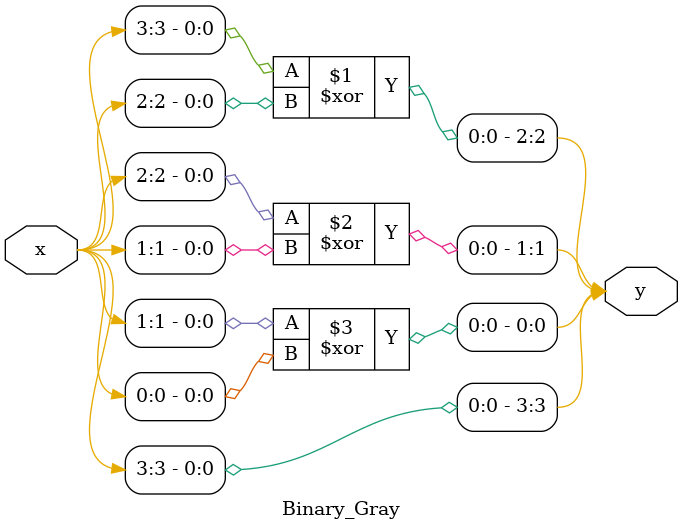
<source format=v>
module Binary_Gray(x,y);
input [3:0]x;
output [3:0]y;
assign y[3]=x[3];
assign y[2]=(x[3]^x[2]);
assign y[1]=(x[2]^x[1]);
assign y[0]=(x[1]^x[0]);
endmodule

</source>
